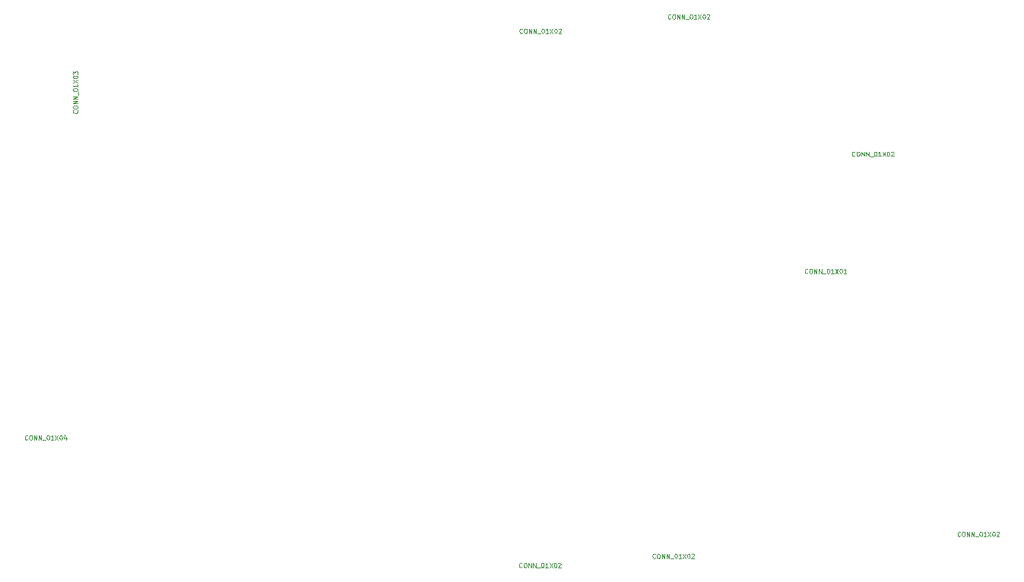
<source format=gbr>
G04 #@! TF.FileFunction,Other,ECO1*
%FSLAX46Y46*%
G04 Gerber Fmt 4.6, Leading zero omitted, Abs format (unit mm)*
G04 Created by KiCad (PCBNEW no-vcs-found-product) date Mon Sep  4 09:08:35 2017*
%MOMM*%
%LPD*%
G01*
G04 APERTURE LIST*
%ADD10C,0.150000*%
%ADD11C,0.075000*%
G04 APERTURE END LIST*
D10*
D11*
X112988095Y-104778571D02*
X112964285Y-104802380D01*
X112892857Y-104826190D01*
X112845238Y-104826190D01*
X112773809Y-104802380D01*
X112726190Y-104754761D01*
X112702380Y-104707142D01*
X112678571Y-104611904D01*
X112678571Y-104540476D01*
X112702380Y-104445238D01*
X112726190Y-104397619D01*
X112773809Y-104350000D01*
X112845238Y-104326190D01*
X112892857Y-104326190D01*
X112964285Y-104350000D01*
X112988095Y-104373809D01*
X113297619Y-104326190D02*
X113392857Y-104326190D01*
X113440476Y-104350000D01*
X113488095Y-104397619D01*
X113511904Y-104492857D01*
X113511904Y-104659523D01*
X113488095Y-104754761D01*
X113440476Y-104802380D01*
X113392857Y-104826190D01*
X113297619Y-104826190D01*
X113250000Y-104802380D01*
X113202380Y-104754761D01*
X113178571Y-104659523D01*
X113178571Y-104492857D01*
X113202380Y-104397619D01*
X113250000Y-104350000D01*
X113297619Y-104326190D01*
X113726190Y-104826190D02*
X113726190Y-104326190D01*
X114011904Y-104826190D01*
X114011904Y-104326190D01*
X114250000Y-104826190D02*
X114250000Y-104326190D01*
X114535714Y-104826190D01*
X114535714Y-104326190D01*
X114654761Y-104873809D02*
X115035714Y-104873809D01*
X115250000Y-104326190D02*
X115297619Y-104326190D01*
X115345238Y-104350000D01*
X115369047Y-104373809D01*
X115392857Y-104421428D01*
X115416666Y-104516666D01*
X115416666Y-104635714D01*
X115392857Y-104730952D01*
X115369047Y-104778571D01*
X115345238Y-104802380D01*
X115297619Y-104826190D01*
X115250000Y-104826190D01*
X115202380Y-104802380D01*
X115178571Y-104778571D01*
X115154761Y-104730952D01*
X115130952Y-104635714D01*
X115130952Y-104516666D01*
X115154761Y-104421428D01*
X115178571Y-104373809D01*
X115202380Y-104350000D01*
X115250000Y-104326190D01*
X115892857Y-104826190D02*
X115607142Y-104826190D01*
X115750000Y-104826190D02*
X115750000Y-104326190D01*
X115702380Y-104397619D01*
X115654761Y-104445238D01*
X115607142Y-104469047D01*
X116059523Y-104326190D02*
X116392857Y-104826190D01*
X116392857Y-104326190D02*
X116059523Y-104826190D01*
X116678571Y-104326190D02*
X116726190Y-104326190D01*
X116773809Y-104350000D01*
X116797619Y-104373809D01*
X116821428Y-104421428D01*
X116845238Y-104516666D01*
X116845238Y-104635714D01*
X116821428Y-104730952D01*
X116797619Y-104778571D01*
X116773809Y-104802380D01*
X116726190Y-104826190D01*
X116678571Y-104826190D01*
X116630952Y-104802380D01*
X116607142Y-104778571D01*
X116583333Y-104730952D01*
X116559523Y-104635714D01*
X116559523Y-104516666D01*
X116583333Y-104421428D01*
X116607142Y-104373809D01*
X116630952Y-104350000D01*
X116678571Y-104326190D01*
X117035714Y-104373809D02*
X117059523Y-104350000D01*
X117107142Y-104326190D01*
X117226190Y-104326190D01*
X117273809Y-104350000D01*
X117297619Y-104373809D01*
X117321428Y-104421428D01*
X117321428Y-104469047D01*
X117297619Y-104540476D01*
X117011904Y-104826190D01*
X117321428Y-104826190D01*
X98128095Y-105808571D02*
X98104285Y-105832380D01*
X98032857Y-105856190D01*
X97985238Y-105856190D01*
X97913809Y-105832380D01*
X97866190Y-105784761D01*
X97842380Y-105737142D01*
X97818571Y-105641904D01*
X97818571Y-105570476D01*
X97842380Y-105475238D01*
X97866190Y-105427619D01*
X97913809Y-105380000D01*
X97985238Y-105356190D01*
X98032857Y-105356190D01*
X98104285Y-105380000D01*
X98128095Y-105403809D01*
X98437619Y-105356190D02*
X98532857Y-105356190D01*
X98580476Y-105380000D01*
X98628095Y-105427619D01*
X98651904Y-105522857D01*
X98651904Y-105689523D01*
X98628095Y-105784761D01*
X98580476Y-105832380D01*
X98532857Y-105856190D01*
X98437619Y-105856190D01*
X98390000Y-105832380D01*
X98342380Y-105784761D01*
X98318571Y-105689523D01*
X98318571Y-105522857D01*
X98342380Y-105427619D01*
X98390000Y-105380000D01*
X98437619Y-105356190D01*
X98866190Y-105856190D02*
X98866190Y-105356190D01*
X99151904Y-105856190D01*
X99151904Y-105356190D01*
X99390000Y-105856190D02*
X99390000Y-105356190D01*
X99675714Y-105856190D01*
X99675714Y-105356190D01*
X99794761Y-105903809D02*
X100175714Y-105903809D01*
X100390000Y-105356190D02*
X100437619Y-105356190D01*
X100485238Y-105380000D01*
X100509047Y-105403809D01*
X100532857Y-105451428D01*
X100556666Y-105546666D01*
X100556666Y-105665714D01*
X100532857Y-105760952D01*
X100509047Y-105808571D01*
X100485238Y-105832380D01*
X100437619Y-105856190D01*
X100390000Y-105856190D01*
X100342380Y-105832380D01*
X100318571Y-105808571D01*
X100294761Y-105760952D01*
X100270952Y-105665714D01*
X100270952Y-105546666D01*
X100294761Y-105451428D01*
X100318571Y-105403809D01*
X100342380Y-105380000D01*
X100390000Y-105356190D01*
X101032857Y-105856190D02*
X100747142Y-105856190D01*
X100890000Y-105856190D02*
X100890000Y-105356190D01*
X100842380Y-105427619D01*
X100794761Y-105475238D01*
X100747142Y-105499047D01*
X101199523Y-105356190D02*
X101532857Y-105856190D01*
X101532857Y-105356190D02*
X101199523Y-105856190D01*
X101818571Y-105356190D02*
X101866190Y-105356190D01*
X101913809Y-105380000D01*
X101937619Y-105403809D01*
X101961428Y-105451428D01*
X101985238Y-105546666D01*
X101985238Y-105665714D01*
X101961428Y-105760952D01*
X101937619Y-105808571D01*
X101913809Y-105832380D01*
X101866190Y-105856190D01*
X101818571Y-105856190D01*
X101770952Y-105832380D01*
X101747142Y-105808571D01*
X101723333Y-105760952D01*
X101699523Y-105665714D01*
X101699523Y-105546666D01*
X101723333Y-105451428D01*
X101747142Y-105403809D01*
X101770952Y-105380000D01*
X101818571Y-105356190D01*
X102175714Y-105403809D02*
X102199523Y-105380000D01*
X102247142Y-105356190D01*
X102366190Y-105356190D01*
X102413809Y-105380000D01*
X102437619Y-105403809D01*
X102461428Y-105451428D01*
X102461428Y-105499047D01*
X102437619Y-105570476D01*
X102151904Y-105856190D01*
X102461428Y-105856190D01*
X43073095Y-91574571D02*
X43049285Y-91598380D01*
X42977857Y-91622190D01*
X42930238Y-91622190D01*
X42858809Y-91598380D01*
X42811190Y-91550761D01*
X42787380Y-91503142D01*
X42763571Y-91407904D01*
X42763571Y-91336476D01*
X42787380Y-91241238D01*
X42811190Y-91193619D01*
X42858809Y-91146000D01*
X42930238Y-91122190D01*
X42977857Y-91122190D01*
X43049285Y-91146000D01*
X43073095Y-91169809D01*
X43382619Y-91122190D02*
X43477857Y-91122190D01*
X43525476Y-91146000D01*
X43573095Y-91193619D01*
X43596904Y-91288857D01*
X43596904Y-91455523D01*
X43573095Y-91550761D01*
X43525476Y-91598380D01*
X43477857Y-91622190D01*
X43382619Y-91622190D01*
X43335000Y-91598380D01*
X43287380Y-91550761D01*
X43263571Y-91455523D01*
X43263571Y-91288857D01*
X43287380Y-91193619D01*
X43335000Y-91146000D01*
X43382619Y-91122190D01*
X43811190Y-91622190D02*
X43811190Y-91122190D01*
X44096904Y-91622190D01*
X44096904Y-91122190D01*
X44335000Y-91622190D02*
X44335000Y-91122190D01*
X44620714Y-91622190D01*
X44620714Y-91122190D01*
X44739761Y-91669809D02*
X45120714Y-91669809D01*
X45335000Y-91122190D02*
X45382619Y-91122190D01*
X45430238Y-91146000D01*
X45454047Y-91169809D01*
X45477857Y-91217428D01*
X45501666Y-91312666D01*
X45501666Y-91431714D01*
X45477857Y-91526952D01*
X45454047Y-91574571D01*
X45430238Y-91598380D01*
X45382619Y-91622190D01*
X45335000Y-91622190D01*
X45287380Y-91598380D01*
X45263571Y-91574571D01*
X45239761Y-91526952D01*
X45215952Y-91431714D01*
X45215952Y-91312666D01*
X45239761Y-91217428D01*
X45263571Y-91169809D01*
X45287380Y-91146000D01*
X45335000Y-91122190D01*
X45977857Y-91622190D02*
X45692142Y-91622190D01*
X45835000Y-91622190D02*
X45835000Y-91122190D01*
X45787380Y-91193619D01*
X45739761Y-91241238D01*
X45692142Y-91265047D01*
X46144523Y-91122190D02*
X46477857Y-91622190D01*
X46477857Y-91122190D02*
X46144523Y-91622190D01*
X46763571Y-91122190D02*
X46811190Y-91122190D01*
X46858809Y-91146000D01*
X46882619Y-91169809D01*
X46906428Y-91217428D01*
X46930238Y-91312666D01*
X46930238Y-91431714D01*
X46906428Y-91526952D01*
X46882619Y-91574571D01*
X46858809Y-91598380D01*
X46811190Y-91622190D01*
X46763571Y-91622190D01*
X46715952Y-91598380D01*
X46692142Y-91574571D01*
X46668333Y-91526952D01*
X46644523Y-91431714D01*
X46644523Y-91312666D01*
X46668333Y-91217428D01*
X46692142Y-91169809D01*
X46715952Y-91146000D01*
X46763571Y-91122190D01*
X47358809Y-91288857D02*
X47358809Y-91622190D01*
X47239761Y-91098380D02*
X47120714Y-91455523D01*
X47430238Y-91455523D01*
X48608571Y-54921904D02*
X48632380Y-54945714D01*
X48656190Y-55017142D01*
X48656190Y-55064761D01*
X48632380Y-55136190D01*
X48584761Y-55183809D01*
X48537142Y-55207619D01*
X48441904Y-55231428D01*
X48370476Y-55231428D01*
X48275238Y-55207619D01*
X48227619Y-55183809D01*
X48180000Y-55136190D01*
X48156190Y-55064761D01*
X48156190Y-55017142D01*
X48180000Y-54945714D01*
X48203809Y-54921904D01*
X48156190Y-54612380D02*
X48156190Y-54517142D01*
X48180000Y-54469523D01*
X48227619Y-54421904D01*
X48322857Y-54398095D01*
X48489523Y-54398095D01*
X48584761Y-54421904D01*
X48632380Y-54469523D01*
X48656190Y-54517142D01*
X48656190Y-54612380D01*
X48632380Y-54660000D01*
X48584761Y-54707619D01*
X48489523Y-54731428D01*
X48322857Y-54731428D01*
X48227619Y-54707619D01*
X48180000Y-54660000D01*
X48156190Y-54612380D01*
X48656190Y-54183809D02*
X48156190Y-54183809D01*
X48656190Y-53898095D01*
X48156190Y-53898095D01*
X48656190Y-53660000D02*
X48156190Y-53660000D01*
X48656190Y-53374285D01*
X48156190Y-53374285D01*
X48703809Y-53255238D02*
X48703809Y-52874285D01*
X48156190Y-52660000D02*
X48156190Y-52612380D01*
X48180000Y-52564761D01*
X48203809Y-52540952D01*
X48251428Y-52517142D01*
X48346666Y-52493333D01*
X48465714Y-52493333D01*
X48560952Y-52517142D01*
X48608571Y-52540952D01*
X48632380Y-52564761D01*
X48656190Y-52612380D01*
X48656190Y-52660000D01*
X48632380Y-52707619D01*
X48608571Y-52731428D01*
X48560952Y-52755238D01*
X48465714Y-52779047D01*
X48346666Y-52779047D01*
X48251428Y-52755238D01*
X48203809Y-52731428D01*
X48180000Y-52707619D01*
X48156190Y-52660000D01*
X48656190Y-52017142D02*
X48656190Y-52302857D01*
X48656190Y-52160000D02*
X48156190Y-52160000D01*
X48227619Y-52207619D01*
X48275238Y-52255238D01*
X48299047Y-52302857D01*
X48156190Y-51850476D02*
X48656190Y-51517142D01*
X48156190Y-51517142D02*
X48656190Y-51850476D01*
X48156190Y-51231428D02*
X48156190Y-51183809D01*
X48180000Y-51136190D01*
X48203809Y-51112380D01*
X48251428Y-51088571D01*
X48346666Y-51064761D01*
X48465714Y-51064761D01*
X48560952Y-51088571D01*
X48608571Y-51112380D01*
X48632380Y-51136190D01*
X48656190Y-51183809D01*
X48656190Y-51231428D01*
X48632380Y-51279047D01*
X48608571Y-51302857D01*
X48560952Y-51326666D01*
X48465714Y-51350476D01*
X48346666Y-51350476D01*
X48251428Y-51326666D01*
X48203809Y-51302857D01*
X48180000Y-51279047D01*
X48156190Y-51231428D01*
X48156190Y-50898095D02*
X48156190Y-50588571D01*
X48346666Y-50755238D01*
X48346666Y-50683809D01*
X48370476Y-50636190D01*
X48394285Y-50612380D01*
X48441904Y-50588571D01*
X48560952Y-50588571D01*
X48608571Y-50612380D01*
X48632380Y-50636190D01*
X48656190Y-50683809D01*
X48656190Y-50826666D01*
X48632380Y-50874285D01*
X48608571Y-50898095D01*
X146959095Y-102330571D02*
X146935285Y-102354380D01*
X146863857Y-102378190D01*
X146816238Y-102378190D01*
X146744809Y-102354380D01*
X146697190Y-102306761D01*
X146673380Y-102259142D01*
X146649571Y-102163904D01*
X146649571Y-102092476D01*
X146673380Y-101997238D01*
X146697190Y-101949619D01*
X146744809Y-101902000D01*
X146816238Y-101878190D01*
X146863857Y-101878190D01*
X146935285Y-101902000D01*
X146959095Y-101925809D01*
X147268619Y-101878190D02*
X147363857Y-101878190D01*
X147411476Y-101902000D01*
X147459095Y-101949619D01*
X147482904Y-102044857D01*
X147482904Y-102211523D01*
X147459095Y-102306761D01*
X147411476Y-102354380D01*
X147363857Y-102378190D01*
X147268619Y-102378190D01*
X147221000Y-102354380D01*
X147173380Y-102306761D01*
X147149571Y-102211523D01*
X147149571Y-102044857D01*
X147173380Y-101949619D01*
X147221000Y-101902000D01*
X147268619Y-101878190D01*
X147697190Y-102378190D02*
X147697190Y-101878190D01*
X147982904Y-102378190D01*
X147982904Y-101878190D01*
X148221000Y-102378190D02*
X148221000Y-101878190D01*
X148506714Y-102378190D01*
X148506714Y-101878190D01*
X148625761Y-102425809D02*
X149006714Y-102425809D01*
X149221000Y-101878190D02*
X149268619Y-101878190D01*
X149316238Y-101902000D01*
X149340047Y-101925809D01*
X149363857Y-101973428D01*
X149387666Y-102068666D01*
X149387666Y-102187714D01*
X149363857Y-102282952D01*
X149340047Y-102330571D01*
X149316238Y-102354380D01*
X149268619Y-102378190D01*
X149221000Y-102378190D01*
X149173380Y-102354380D01*
X149149571Y-102330571D01*
X149125761Y-102282952D01*
X149101952Y-102187714D01*
X149101952Y-102068666D01*
X149125761Y-101973428D01*
X149149571Y-101925809D01*
X149173380Y-101902000D01*
X149221000Y-101878190D01*
X149863857Y-102378190D02*
X149578142Y-102378190D01*
X149721000Y-102378190D02*
X149721000Y-101878190D01*
X149673380Y-101949619D01*
X149625761Y-101997238D01*
X149578142Y-102021047D01*
X150030523Y-101878190D02*
X150363857Y-102378190D01*
X150363857Y-101878190D02*
X150030523Y-102378190D01*
X150649571Y-101878190D02*
X150697190Y-101878190D01*
X150744809Y-101902000D01*
X150768619Y-101925809D01*
X150792428Y-101973428D01*
X150816238Y-102068666D01*
X150816238Y-102187714D01*
X150792428Y-102282952D01*
X150768619Y-102330571D01*
X150744809Y-102354380D01*
X150697190Y-102378190D01*
X150649571Y-102378190D01*
X150601952Y-102354380D01*
X150578142Y-102330571D01*
X150554333Y-102282952D01*
X150530523Y-102187714D01*
X150530523Y-102068666D01*
X150554333Y-101973428D01*
X150578142Y-101925809D01*
X150601952Y-101902000D01*
X150649571Y-101878190D01*
X151006714Y-101925809D02*
X151030523Y-101902000D01*
X151078142Y-101878190D01*
X151197190Y-101878190D01*
X151244809Y-101902000D01*
X151268619Y-101925809D01*
X151292428Y-101973428D01*
X151292428Y-102021047D01*
X151268619Y-102092476D01*
X150982904Y-102378190D01*
X151292428Y-102378190D01*
X98188095Y-46268571D02*
X98164285Y-46292380D01*
X98092857Y-46316190D01*
X98045238Y-46316190D01*
X97973809Y-46292380D01*
X97926190Y-46244761D01*
X97902380Y-46197142D01*
X97878571Y-46101904D01*
X97878571Y-46030476D01*
X97902380Y-45935238D01*
X97926190Y-45887619D01*
X97973809Y-45840000D01*
X98045238Y-45816190D01*
X98092857Y-45816190D01*
X98164285Y-45840000D01*
X98188095Y-45863809D01*
X98497619Y-45816190D02*
X98592857Y-45816190D01*
X98640476Y-45840000D01*
X98688095Y-45887619D01*
X98711904Y-45982857D01*
X98711904Y-46149523D01*
X98688095Y-46244761D01*
X98640476Y-46292380D01*
X98592857Y-46316190D01*
X98497619Y-46316190D01*
X98450000Y-46292380D01*
X98402380Y-46244761D01*
X98378571Y-46149523D01*
X98378571Y-45982857D01*
X98402380Y-45887619D01*
X98450000Y-45840000D01*
X98497619Y-45816190D01*
X98926190Y-46316190D02*
X98926190Y-45816190D01*
X99211904Y-46316190D01*
X99211904Y-45816190D01*
X99450000Y-46316190D02*
X99450000Y-45816190D01*
X99735714Y-46316190D01*
X99735714Y-45816190D01*
X99854761Y-46363809D02*
X100235714Y-46363809D01*
X100450000Y-45816190D02*
X100497619Y-45816190D01*
X100545238Y-45840000D01*
X100569047Y-45863809D01*
X100592857Y-45911428D01*
X100616666Y-46006666D01*
X100616666Y-46125714D01*
X100592857Y-46220952D01*
X100569047Y-46268571D01*
X100545238Y-46292380D01*
X100497619Y-46316190D01*
X100450000Y-46316190D01*
X100402380Y-46292380D01*
X100378571Y-46268571D01*
X100354761Y-46220952D01*
X100330952Y-46125714D01*
X100330952Y-46006666D01*
X100354761Y-45911428D01*
X100378571Y-45863809D01*
X100402380Y-45840000D01*
X100450000Y-45816190D01*
X101092857Y-46316190D02*
X100807142Y-46316190D01*
X100950000Y-46316190D02*
X100950000Y-45816190D01*
X100902380Y-45887619D01*
X100854761Y-45935238D01*
X100807142Y-45959047D01*
X101259523Y-45816190D02*
X101592857Y-46316190D01*
X101592857Y-45816190D02*
X101259523Y-46316190D01*
X101878571Y-45816190D02*
X101926190Y-45816190D01*
X101973809Y-45840000D01*
X101997619Y-45863809D01*
X102021428Y-45911428D01*
X102045238Y-46006666D01*
X102045238Y-46125714D01*
X102021428Y-46220952D01*
X101997619Y-46268571D01*
X101973809Y-46292380D01*
X101926190Y-46316190D01*
X101878571Y-46316190D01*
X101830952Y-46292380D01*
X101807142Y-46268571D01*
X101783333Y-46220952D01*
X101759523Y-46125714D01*
X101759523Y-46006666D01*
X101783333Y-45911428D01*
X101807142Y-45863809D01*
X101830952Y-45840000D01*
X101878571Y-45816190D01*
X102235714Y-45863809D02*
X102259523Y-45840000D01*
X102307142Y-45816190D01*
X102426190Y-45816190D01*
X102473809Y-45840000D01*
X102497619Y-45863809D01*
X102521428Y-45911428D01*
X102521428Y-45959047D01*
X102497619Y-46030476D01*
X102211904Y-46316190D01*
X102521428Y-46316190D01*
X129948095Y-73028571D02*
X129924285Y-73052380D01*
X129852857Y-73076190D01*
X129805238Y-73076190D01*
X129733809Y-73052380D01*
X129686190Y-73004761D01*
X129662380Y-72957142D01*
X129638571Y-72861904D01*
X129638571Y-72790476D01*
X129662380Y-72695238D01*
X129686190Y-72647619D01*
X129733809Y-72600000D01*
X129805238Y-72576190D01*
X129852857Y-72576190D01*
X129924285Y-72600000D01*
X129948095Y-72623809D01*
X130257619Y-72576190D02*
X130352857Y-72576190D01*
X130400476Y-72600000D01*
X130448095Y-72647619D01*
X130471904Y-72742857D01*
X130471904Y-72909523D01*
X130448095Y-73004761D01*
X130400476Y-73052380D01*
X130352857Y-73076190D01*
X130257619Y-73076190D01*
X130210000Y-73052380D01*
X130162380Y-73004761D01*
X130138571Y-72909523D01*
X130138571Y-72742857D01*
X130162380Y-72647619D01*
X130210000Y-72600000D01*
X130257619Y-72576190D01*
X130686190Y-73076190D02*
X130686190Y-72576190D01*
X130971904Y-73076190D01*
X130971904Y-72576190D01*
X131210000Y-73076190D02*
X131210000Y-72576190D01*
X131495714Y-73076190D01*
X131495714Y-72576190D01*
X131614761Y-73123809D02*
X131995714Y-73123809D01*
X132210000Y-72576190D02*
X132257619Y-72576190D01*
X132305238Y-72600000D01*
X132329047Y-72623809D01*
X132352857Y-72671428D01*
X132376666Y-72766666D01*
X132376666Y-72885714D01*
X132352857Y-72980952D01*
X132329047Y-73028571D01*
X132305238Y-73052380D01*
X132257619Y-73076190D01*
X132210000Y-73076190D01*
X132162380Y-73052380D01*
X132138571Y-73028571D01*
X132114761Y-72980952D01*
X132090952Y-72885714D01*
X132090952Y-72766666D01*
X132114761Y-72671428D01*
X132138571Y-72623809D01*
X132162380Y-72600000D01*
X132210000Y-72576190D01*
X132852857Y-73076190D02*
X132567142Y-73076190D01*
X132710000Y-73076190D02*
X132710000Y-72576190D01*
X132662380Y-72647619D01*
X132614761Y-72695238D01*
X132567142Y-72719047D01*
X133019523Y-72576190D02*
X133352857Y-73076190D01*
X133352857Y-72576190D02*
X133019523Y-73076190D01*
X133638571Y-72576190D02*
X133686190Y-72576190D01*
X133733809Y-72600000D01*
X133757619Y-72623809D01*
X133781428Y-72671428D01*
X133805238Y-72766666D01*
X133805238Y-72885714D01*
X133781428Y-72980952D01*
X133757619Y-73028571D01*
X133733809Y-73052380D01*
X133686190Y-73076190D01*
X133638571Y-73076190D01*
X133590952Y-73052380D01*
X133567142Y-73028571D01*
X133543333Y-72980952D01*
X133519523Y-72885714D01*
X133519523Y-72766666D01*
X133543333Y-72671428D01*
X133567142Y-72623809D01*
X133590952Y-72600000D01*
X133638571Y-72576190D01*
X134281428Y-73076190D02*
X133995714Y-73076190D01*
X134138571Y-73076190D02*
X134138571Y-72576190D01*
X134090952Y-72647619D01*
X134043333Y-72695238D01*
X133995714Y-72719047D01*
X135211595Y-59976071D02*
X135187785Y-59999880D01*
X135116357Y-60023690D01*
X135068738Y-60023690D01*
X134997309Y-59999880D01*
X134949690Y-59952261D01*
X134925880Y-59904642D01*
X134902071Y-59809404D01*
X134902071Y-59737976D01*
X134925880Y-59642738D01*
X134949690Y-59595119D01*
X134997309Y-59547500D01*
X135068738Y-59523690D01*
X135116357Y-59523690D01*
X135187785Y-59547500D01*
X135211595Y-59571309D01*
X135521119Y-59523690D02*
X135616357Y-59523690D01*
X135663976Y-59547500D01*
X135711595Y-59595119D01*
X135735404Y-59690357D01*
X135735404Y-59857023D01*
X135711595Y-59952261D01*
X135663976Y-59999880D01*
X135616357Y-60023690D01*
X135521119Y-60023690D01*
X135473500Y-59999880D01*
X135425880Y-59952261D01*
X135402071Y-59857023D01*
X135402071Y-59690357D01*
X135425880Y-59595119D01*
X135473500Y-59547500D01*
X135521119Y-59523690D01*
X135949690Y-60023690D02*
X135949690Y-59523690D01*
X136235404Y-60023690D01*
X136235404Y-59523690D01*
X136473500Y-60023690D02*
X136473500Y-59523690D01*
X136759214Y-60023690D01*
X136759214Y-59523690D01*
X136878261Y-60071309D02*
X137259214Y-60071309D01*
X137473500Y-59523690D02*
X137521119Y-59523690D01*
X137568738Y-59547500D01*
X137592547Y-59571309D01*
X137616357Y-59618928D01*
X137640166Y-59714166D01*
X137640166Y-59833214D01*
X137616357Y-59928452D01*
X137592547Y-59976071D01*
X137568738Y-59999880D01*
X137521119Y-60023690D01*
X137473500Y-60023690D01*
X137425880Y-59999880D01*
X137402071Y-59976071D01*
X137378261Y-59928452D01*
X137354452Y-59833214D01*
X137354452Y-59714166D01*
X137378261Y-59618928D01*
X137402071Y-59571309D01*
X137425880Y-59547500D01*
X137473500Y-59523690D01*
X138116357Y-60023690D02*
X137830642Y-60023690D01*
X137973500Y-60023690D02*
X137973500Y-59523690D01*
X137925880Y-59595119D01*
X137878261Y-59642738D01*
X137830642Y-59666547D01*
X138283023Y-59523690D02*
X138616357Y-60023690D01*
X138616357Y-59523690D02*
X138283023Y-60023690D01*
X138902071Y-59523690D02*
X138949690Y-59523690D01*
X138997309Y-59547500D01*
X139021119Y-59571309D01*
X139044928Y-59618928D01*
X139068738Y-59714166D01*
X139068738Y-59833214D01*
X139044928Y-59928452D01*
X139021119Y-59976071D01*
X138997309Y-59999880D01*
X138949690Y-60023690D01*
X138902071Y-60023690D01*
X138854452Y-59999880D01*
X138830642Y-59976071D01*
X138806833Y-59928452D01*
X138783023Y-59833214D01*
X138783023Y-59714166D01*
X138806833Y-59618928D01*
X138830642Y-59571309D01*
X138854452Y-59547500D01*
X138902071Y-59523690D01*
X139259214Y-59571309D02*
X139283023Y-59547500D01*
X139330642Y-59523690D01*
X139449690Y-59523690D01*
X139497309Y-59547500D01*
X139521119Y-59571309D01*
X139544928Y-59618928D01*
X139544928Y-59666547D01*
X139521119Y-59737976D01*
X139235404Y-60023690D01*
X139544928Y-60023690D01*
X114701095Y-44672571D02*
X114677285Y-44696380D01*
X114605857Y-44720190D01*
X114558238Y-44720190D01*
X114486809Y-44696380D01*
X114439190Y-44648761D01*
X114415380Y-44601142D01*
X114391571Y-44505904D01*
X114391571Y-44434476D01*
X114415380Y-44339238D01*
X114439190Y-44291619D01*
X114486809Y-44244000D01*
X114558238Y-44220190D01*
X114605857Y-44220190D01*
X114677285Y-44244000D01*
X114701095Y-44267809D01*
X115010619Y-44220190D02*
X115105857Y-44220190D01*
X115153476Y-44244000D01*
X115201095Y-44291619D01*
X115224904Y-44386857D01*
X115224904Y-44553523D01*
X115201095Y-44648761D01*
X115153476Y-44696380D01*
X115105857Y-44720190D01*
X115010619Y-44720190D01*
X114963000Y-44696380D01*
X114915380Y-44648761D01*
X114891571Y-44553523D01*
X114891571Y-44386857D01*
X114915380Y-44291619D01*
X114963000Y-44244000D01*
X115010619Y-44220190D01*
X115439190Y-44720190D02*
X115439190Y-44220190D01*
X115724904Y-44720190D01*
X115724904Y-44220190D01*
X115963000Y-44720190D02*
X115963000Y-44220190D01*
X116248714Y-44720190D01*
X116248714Y-44220190D01*
X116367761Y-44767809D02*
X116748714Y-44767809D01*
X116963000Y-44220190D02*
X117010619Y-44220190D01*
X117058238Y-44244000D01*
X117082047Y-44267809D01*
X117105857Y-44315428D01*
X117129666Y-44410666D01*
X117129666Y-44529714D01*
X117105857Y-44624952D01*
X117082047Y-44672571D01*
X117058238Y-44696380D01*
X117010619Y-44720190D01*
X116963000Y-44720190D01*
X116915380Y-44696380D01*
X116891571Y-44672571D01*
X116867761Y-44624952D01*
X116843952Y-44529714D01*
X116843952Y-44410666D01*
X116867761Y-44315428D01*
X116891571Y-44267809D01*
X116915380Y-44244000D01*
X116963000Y-44220190D01*
X117605857Y-44720190D02*
X117320142Y-44720190D01*
X117463000Y-44720190D02*
X117463000Y-44220190D01*
X117415380Y-44291619D01*
X117367761Y-44339238D01*
X117320142Y-44363047D01*
X117772523Y-44220190D02*
X118105857Y-44720190D01*
X118105857Y-44220190D02*
X117772523Y-44720190D01*
X118391571Y-44220190D02*
X118439190Y-44220190D01*
X118486809Y-44244000D01*
X118510619Y-44267809D01*
X118534428Y-44315428D01*
X118558238Y-44410666D01*
X118558238Y-44529714D01*
X118534428Y-44624952D01*
X118510619Y-44672571D01*
X118486809Y-44696380D01*
X118439190Y-44720190D01*
X118391571Y-44720190D01*
X118343952Y-44696380D01*
X118320142Y-44672571D01*
X118296333Y-44624952D01*
X118272523Y-44529714D01*
X118272523Y-44410666D01*
X118296333Y-44315428D01*
X118320142Y-44267809D01*
X118343952Y-44244000D01*
X118391571Y-44220190D01*
X118748714Y-44267809D02*
X118772523Y-44244000D01*
X118820142Y-44220190D01*
X118939190Y-44220190D01*
X118986809Y-44244000D01*
X119010619Y-44267809D01*
X119034428Y-44315428D01*
X119034428Y-44363047D01*
X119010619Y-44434476D01*
X118724904Y-44720190D01*
X119034428Y-44720190D01*
M02*

</source>
